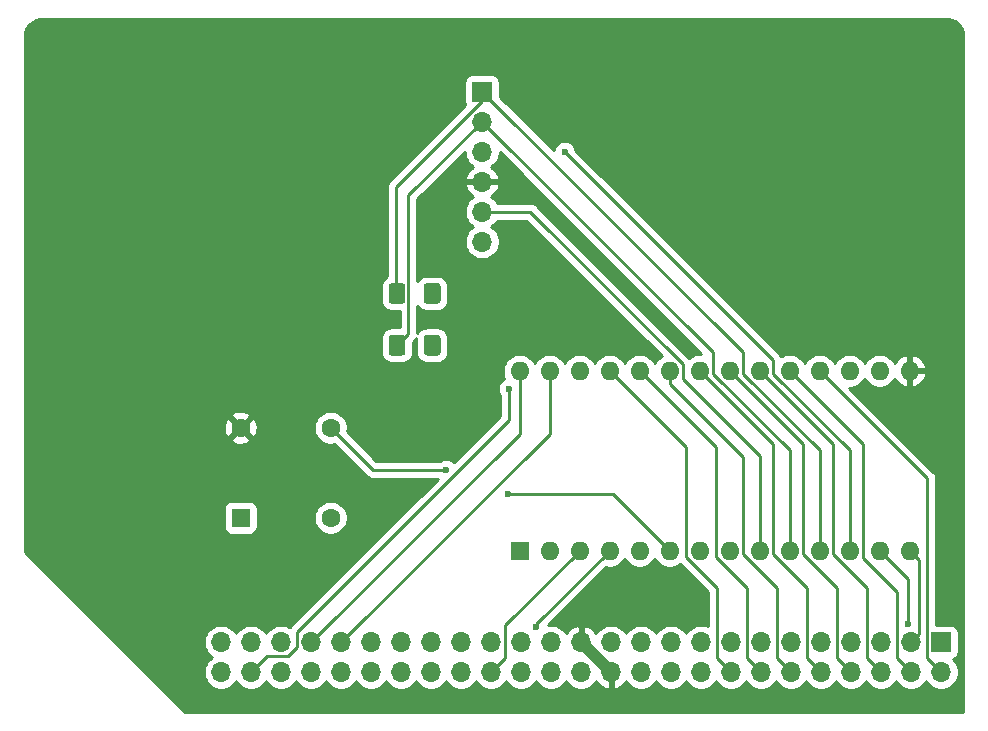
<source format=gbr>
%TF.GenerationSoftware,KiCad,Pcbnew,(5.1.6-0-10_14)*%
%TF.CreationDate,2021-01-13T00:48:19+01:00*%
%TF.ProjectId,serial_board,73657269-616c-45f6-926f-6172642e6b69,rev?*%
%TF.SameCoordinates,Original*%
%TF.FileFunction,Copper,L1,Top*%
%TF.FilePolarity,Positive*%
%FSLAX46Y46*%
G04 Gerber Fmt 4.6, Leading zero omitted, Abs format (unit mm)*
G04 Created by KiCad (PCBNEW (5.1.6-0-10_14)) date 2021-01-13 00:48:19*
%MOMM*%
%LPD*%
G01*
G04 APERTURE LIST*
%TA.AperFunction,ComponentPad*%
%ADD10C,1.600000*%
%TD*%
%TA.AperFunction,ComponentPad*%
%ADD11R,1.600000X1.600000*%
%TD*%
%TA.AperFunction,ComponentPad*%
%ADD12O,1.600000X1.600000*%
%TD*%
%TA.AperFunction,ComponentPad*%
%ADD13O,1.700000X1.700000*%
%TD*%
%TA.AperFunction,ComponentPad*%
%ADD14R,1.700000X1.700000*%
%TD*%
%TA.AperFunction,ViaPad*%
%ADD15C,0.600000*%
%TD*%
%TA.AperFunction,ViaPad*%
%ADD16C,0.800000*%
%TD*%
%TA.AperFunction,Conductor*%
%ADD17C,1.000000*%
%TD*%
%TA.AperFunction,Conductor*%
%ADD18C,0.250000*%
%TD*%
%TA.AperFunction,Conductor*%
%ADD19C,0.254000*%
%TD*%
G04 APERTURE END LIST*
%TO.P,D2,2*%
%TO.N,Net-(D2-Pad2)*%
%TA.AperFunction,SMDPad,CuDef*%
G36*
G01*
X32880000Y36756500D02*
X32880000Y35506500D01*
G75*
G02*
X32630000Y35256500I-250000J0D01*
G01*
X31705000Y35256500D01*
G75*
G02*
X31455000Y35506500I0J250000D01*
G01*
X31455000Y36756500D01*
G75*
G02*
X31705000Y37006500I250000J0D01*
G01*
X32630000Y37006500D01*
G75*
G02*
X32880000Y36756500I0J-250000D01*
G01*
G37*
%TD.AperFunction*%
%TO.P,D2,1*%
%TO.N,Net-(D2-Pad1)*%
%TA.AperFunction,SMDPad,CuDef*%
G36*
G01*
X35855000Y36756500D02*
X35855000Y35506500D01*
G75*
G02*
X35605000Y35256500I-250000J0D01*
G01*
X34680000Y35256500D01*
G75*
G02*
X34430000Y35506500I0J250000D01*
G01*
X34430000Y36756500D01*
G75*
G02*
X34680000Y37006500I250000J0D01*
G01*
X35605000Y37006500D01*
G75*
G02*
X35855000Y36756500I0J-250000D01*
G01*
G37*
%TD.AperFunction*%
%TD*%
%TO.P,D1,2*%
%TO.N,Net-(D1-Pad2)*%
%TA.AperFunction,SMDPad,CuDef*%
G36*
G01*
X32880000Y32375000D02*
X32880000Y31125000D01*
G75*
G02*
X32630000Y30875000I-250000J0D01*
G01*
X31705000Y30875000D01*
G75*
G02*
X31455000Y31125000I0J250000D01*
G01*
X31455000Y32375000D01*
G75*
G02*
X31705000Y32625000I250000J0D01*
G01*
X32630000Y32625000D01*
G75*
G02*
X32880000Y32375000I0J-250000D01*
G01*
G37*
%TD.AperFunction*%
%TO.P,D1,1*%
%TO.N,Net-(D1-Pad1)*%
%TA.AperFunction,SMDPad,CuDef*%
G36*
G01*
X35855000Y32375000D02*
X35855000Y31125000D01*
G75*
G02*
X35605000Y30875000I-250000J0D01*
G01*
X34680000Y30875000D01*
G75*
G02*
X34430000Y31125000I0J250000D01*
G01*
X34430000Y32375000D01*
G75*
G02*
X34680000Y32625000I250000J0D01*
G01*
X35605000Y32625000D01*
G75*
G02*
X35855000Y32375000I0J-250000D01*
G01*
G37*
%TD.AperFunction*%
%TD*%
D10*
%TO.P,X1,4*%
%TO.N,GND*%
X26543000Y17145000D03*
%TO.P,X1,5*%
%TO.N,Net-(U1-Pad6)*%
X26543000Y24765000D03*
%TO.P,X1,8*%
%TO.N,+5V*%
X18923000Y24765000D03*
D11*
%TO.P,X1,1*%
%TO.N,Net-(X1-Pad1)*%
X18923000Y17145000D03*
%TD*%
D12*
%TO.P,U1,28*%
%TO.N,R~W~*%
X42545000Y29591000D03*
%TO.P,U1,14*%
%TO.N,A1*%
X75565000Y14351000D03*
%TO.P,U1,27*%
%TO.N,CLK*%
X45085000Y29591000D03*
%TO.P,U1,13*%
%TO.N,A0*%
X73025000Y14351000D03*
%TO.P,U1,26*%
%TO.N,~SLOT_IRQ~*%
X47625000Y29591000D03*
%TO.P,U1,12*%
%TO.N,Net-(J2-Pad3)*%
X70485000Y14351000D03*
%TO.P,U1,25*%
%TO.N,D7*%
X50165000Y29591000D03*
%TO.P,U1,11*%
%TO.N,Net-(D2-Pad2)*%
X67945000Y14351000D03*
%TO.P,U1,24*%
%TO.N,D6*%
X52705000Y29591000D03*
%TO.P,U1,10*%
%TO.N,Net-(D1-Pad2)*%
X65405000Y14351000D03*
%TO.P,U1,23*%
%TO.N,D5*%
X55245000Y29591000D03*
%TO.P,U1,9*%
%TO.N,Net-(J2-Pad5)*%
X62865000Y14351000D03*
%TO.P,U1,22*%
%TO.N,D4*%
X57785000Y29591000D03*
%TO.P,U1,8*%
%TO.N,Net-(U1-Pad8)*%
X60325000Y14351000D03*
%TO.P,U1,21*%
%TO.N,D3*%
X60325000Y29591000D03*
%TO.P,U1,7*%
%TO.N,Net-(U1-Pad7)*%
X57785000Y14351000D03*
%TO.P,U1,20*%
%TO.N,D2*%
X62865000Y29591000D03*
%TO.P,U1,6*%
%TO.N,Net-(U1-Pad6)*%
X55245000Y14351000D03*
%TO.P,U1,19*%
%TO.N,D1*%
X65405000Y29591000D03*
%TO.P,U1,5*%
%TO.N,Net-(U1-Pad5)*%
X52705000Y14351000D03*
%TO.P,U1,18*%
%TO.N,D0*%
X67945000Y29591000D03*
%TO.P,U1,4*%
%TO.N,~RESET~*%
X50165000Y14351000D03*
%TO.P,U1,17*%
%TO.N,GND*%
X70485000Y29591000D03*
%TO.P,U1,3*%
%TO.N,~SLOT_SEL~*%
X47625000Y14351000D03*
%TO.P,U1,16*%
%TO.N,GND*%
X73025000Y29591000D03*
%TO.P,U1,2*%
%TO.N,Net-(U1-Pad2)*%
X45085000Y14351000D03*
%TO.P,U1,15*%
%TO.N,+5V*%
X75565000Y29591000D03*
D11*
%TO.P,U1,1*%
%TO.N,GND*%
X42545000Y14351000D03*
%TD*%
D13*
%TO.P,J2,6*%
%TO.N,GND*%
X39370000Y40513000D03*
%TO.P,J2,5*%
%TO.N,Net-(J2-Pad5)*%
X39370000Y43053000D03*
%TO.P,J2,4*%
%TO.N,+5V*%
X39370000Y45593000D03*
%TO.P,J2,3*%
%TO.N,Net-(J2-Pad3)*%
X39370000Y48133000D03*
%TO.P,J2,2*%
%TO.N,Net-(D1-Pad2)*%
X39370000Y50673000D03*
D14*
%TO.P,J2,1*%
%TO.N,Net-(D2-Pad2)*%
X39370000Y53213000D03*
%TD*%
D13*
%TO.P,J1,50*%
%TO.N,~NMI~*%
X17272000Y4064000D03*
%TO.P,J1,49*%
%TO.N,~RESET~*%
X17272000Y6604000D03*
%TO.P,J1,48*%
%TO.N,~SLOT_IRQ~*%
X19812000Y4064000D03*
%TO.P,J1,47*%
%TO.N,SYNC*%
X19812000Y6604000D03*
%TO.P,J1,46*%
%TO.N,EX3*%
X22352000Y4064000D03*
%TO.P,J1,45*%
%TO.N,~IRQ~*%
X22352000Y6604000D03*
%TO.P,J1,44*%
%TO.N,EX2*%
X24892000Y4064000D03*
%TO.P,J1,43*%
%TO.N,R~W~*%
X24892000Y6604000D03*
%TO.P,J1,42*%
%TO.N,CLK_12M*%
X27432000Y4064000D03*
%TO.P,J1,41*%
%TO.N,CLK*%
X27432000Y6604000D03*
%TO.P,J1,40*%
%TO.N,LED4*%
X29972000Y4064000D03*
%TO.P,J1,39*%
%TO.N,BE*%
X29972000Y6604000D03*
%TO.P,J1,38*%
%TO.N,LED3*%
X32512000Y4064000D03*
%TO.P,J1,37*%
%TO.N,RDY*%
X32512000Y6604000D03*
%TO.P,J1,36*%
%TO.N,LED2*%
X35052000Y4064000D03*
%TO.P,J1,35*%
%TO.N,A15*%
X35052000Y6604000D03*
%TO.P,J1,34*%
%TO.N,LED1*%
X37592000Y4064000D03*
%TO.P,J1,33*%
%TO.N,A14*%
X37592000Y6604000D03*
%TO.P,J1,32*%
%TO.N,~SLOT_SEL~*%
X40132000Y4064000D03*
%TO.P,J1,31*%
%TO.N,A13*%
X40132000Y6604000D03*
%TO.P,J1,30*%
%TO.N,~INH~*%
X42672000Y4064000D03*
%TO.P,J1,29*%
%TO.N,A12*%
X42672000Y6604000D03*
%TO.P,J1,28*%
%TO.N,~SSEL~*%
X45212000Y4064000D03*
%TO.P,J1,27*%
%TO.N,A11*%
X45212000Y6604000D03*
%TO.P,J1,26*%
%TO.N,GND*%
X47752000Y4064000D03*
%TO.P,J1,25*%
%TO.N,+5V*%
X47752000Y6604000D03*
%TO.P,J1,24*%
X50292000Y4064000D03*
%TO.P,J1,23*%
%TO.N,GND*%
X50292000Y6604000D03*
%TO.P,J1,22*%
%TO.N,~SLOW~*%
X52832000Y4064000D03*
%TO.P,J1,21*%
%TO.N,A10*%
X52832000Y6604000D03*
%TO.P,J1,20*%
%TO.N,EX1*%
X55372000Y4064000D03*
%TO.P,J1,19*%
%TO.N,A9*%
X55372000Y6604000D03*
%TO.P,J1,18*%
%TO.N,EX0*%
X57912000Y4064000D03*
%TO.P,J1,17*%
%TO.N,A8*%
X57912000Y6604000D03*
%TO.P,J1,16*%
%TO.N,D7*%
X60452000Y4064000D03*
%TO.P,J1,15*%
%TO.N,A7*%
X60452000Y6604000D03*
%TO.P,J1,14*%
%TO.N,D6*%
X62992000Y4064000D03*
%TO.P,J1,13*%
%TO.N,A6*%
X62992000Y6604000D03*
%TO.P,J1,12*%
%TO.N,D5*%
X65532000Y4064000D03*
%TO.P,J1,11*%
%TO.N,A5*%
X65532000Y6604000D03*
%TO.P,J1,10*%
%TO.N,D4*%
X68072000Y4064000D03*
%TO.P,J1,9*%
%TO.N,A4*%
X68072000Y6604000D03*
%TO.P,J1,8*%
%TO.N,D3*%
X70612000Y4064000D03*
%TO.P,J1,7*%
%TO.N,A3*%
X70612000Y6604000D03*
%TO.P,J1,6*%
%TO.N,D2*%
X73152000Y4064000D03*
%TO.P,J1,5*%
%TO.N,A2*%
X73152000Y6604000D03*
%TO.P,J1,4*%
%TO.N,D1*%
X75692000Y4064000D03*
%TO.P,J1,3*%
%TO.N,A1*%
X75692000Y6604000D03*
%TO.P,J1,2*%
%TO.N,D0*%
X78232000Y4064000D03*
D14*
%TO.P,J1,1*%
%TO.N,A0*%
X78232000Y6604000D03*
%TD*%
D15*
%TO.N,A0*%
X75438000Y8128000D03*
%TO.N,~RESET~*%
X43942000Y7874000D03*
%TO.N,~SLOT_IRQ~*%
X41656000Y28067000D03*
%TO.N,Net-(J2-Pad3)*%
X46355000Y48133000D03*
%TO.N,Net-(U1-Pad6)*%
X41529000Y19177000D03*
X36322000Y21209000D03*
D16*
%TO.N,Net-(D1-Pad1)*%
X35179000Y31750000D03*
%TO.N,Net-(D2-Pad1)*%
X35179000Y36131500D03*
%TD*%
D17*
%TO.N,+5V*%
X50292000Y4064000D02*
X47752000Y6604000D01*
D18*
%TO.N,D7*%
X56659999Y13810999D02*
X56659999Y23096001D01*
X56659999Y23096001D02*
X50165000Y29591000D01*
X59276999Y11193999D02*
X56659999Y13810999D01*
X59276999Y5239001D02*
X59276999Y11193999D01*
X60452000Y4064000D02*
X59276999Y5239001D01*
%TO.N,D6*%
X61816999Y11193999D02*
X59199999Y13810999D01*
X61816999Y5239001D02*
X61816999Y11193999D01*
X59199999Y23096001D02*
X52705000Y29591000D01*
X59199999Y13810999D02*
X59199999Y23096001D01*
X62992000Y4064000D02*
X61816999Y5239001D01*
%TO.N,D5*%
X61450001Y22254629D02*
X55245000Y28459630D01*
X65532000Y4064000D02*
X64356999Y5239001D01*
X61450001Y14100997D02*
X61450001Y22254629D01*
X64356999Y11193999D02*
X61450001Y14100997D01*
X64356999Y5239001D02*
X64356999Y11193999D01*
X55245000Y28459630D02*
X55245000Y29591000D01*
%TO.N,D4*%
X63990001Y23385999D02*
X57785000Y29591000D01*
X63990001Y14100997D02*
X63990001Y23385999D01*
X66896999Y11193999D02*
X63990001Y14100997D01*
X66896999Y5239001D02*
X66896999Y11193999D01*
X68072000Y4064000D02*
X66896999Y5239001D01*
%TO.N,D3*%
X66530001Y23385999D02*
X60325000Y29591000D01*
X66530001Y14100997D02*
X66530001Y23385999D01*
X69436999Y11193999D02*
X66530001Y14100997D01*
X69436999Y5239001D02*
X69436999Y11193999D01*
X70612000Y4064000D02*
X69436999Y5239001D01*
%TO.N,D2*%
X69070001Y14100997D02*
X69070001Y23385999D01*
X71976999Y11193999D02*
X69070001Y14100997D01*
X71976999Y5239001D02*
X71976999Y11193999D01*
X69070001Y23385999D02*
X62865000Y29591000D01*
X73152000Y4064000D02*
X71976999Y5239001D01*
%TO.N,D1*%
X74516999Y5239001D02*
X74516999Y10825591D01*
X75692000Y4064000D02*
X74516999Y5239001D01*
X71610001Y23385999D02*
X65405000Y29591000D01*
X74516999Y10825591D02*
X71610001Y13732589D01*
X71610001Y13732589D02*
X71610001Y23385999D01*
%TO.N,A1*%
X76364999Y7276999D02*
X75692000Y6604000D01*
X76364999Y13551001D02*
X76364999Y7276999D01*
X75565000Y14351000D02*
X76364999Y13551001D01*
%TO.N,D0*%
X77056999Y20479001D02*
X67945000Y29591000D01*
X77056999Y5239001D02*
X77056999Y20479001D01*
X78232000Y4064000D02*
X77056999Y5239001D01*
%TO.N,A0*%
X75438000Y10541000D02*
X75438000Y10541000D01*
X75438000Y11938000D02*
X75438000Y8128000D01*
X73025000Y14351000D02*
X75438000Y11938000D01*
%TO.N,CLK*%
X45085000Y24257000D02*
X27432000Y6604000D01*
X45085000Y29591000D02*
X45085000Y24257000D01*
%TO.N,~RESET~*%
X50165000Y14351000D02*
X43942000Y8128000D01*
X43942000Y8128000D02*
X43942000Y7874000D01*
%TO.N,~SLOT_IRQ~*%
X23716999Y6229997D02*
X23716999Y7460999D01*
X21176999Y5428999D02*
X22916001Y5428999D01*
X22916001Y5428999D02*
X23716999Y6229997D01*
X19812000Y4064000D02*
X21176999Y5428999D01*
X23716999Y7460999D02*
X41656000Y25400000D01*
X41656000Y25400000D02*
X41656000Y28067000D01*
X41656000Y28067000D02*
X41656000Y28067000D01*
%TO.N,R~W~*%
X42545000Y24257000D02*
X24892000Y6604000D01*
X42545000Y29591000D02*
X42545000Y24257000D01*
%TO.N,~SLOT_SEL~*%
X41307001Y8033001D02*
X47625000Y14351000D01*
X41307001Y5239001D02*
X41307001Y8033001D01*
X40132000Y4064000D02*
X41307001Y5239001D01*
%TO.N,Net-(J2-Pad5)*%
X56370001Y30131001D02*
X43448002Y43053000D01*
X62865000Y22352000D02*
X56370001Y28846999D01*
X43448002Y43053000D02*
X39370000Y43053000D01*
X62865000Y14351000D02*
X62865000Y22352000D01*
X56370001Y28846999D02*
X56370001Y30131001D01*
%TO.N,Net-(J2-Pad3)*%
X63990001Y29340997D02*
X63990001Y30497999D01*
X70485000Y22845998D02*
X63990001Y29340997D01*
X70485000Y14351000D02*
X70485000Y22845998D01*
X63990001Y30497999D02*
X46355000Y48133000D01*
X46355000Y48133000D02*
X46355000Y48133000D01*
%TO.N,Net-(U1-Pad6)*%
X55245000Y14351000D02*
X50419000Y19177000D01*
X50419000Y19177000D02*
X41529000Y19177000D01*
X41529000Y19177000D02*
X41402000Y19177000D01*
X30099000Y21209000D02*
X26543000Y24765000D01*
X36322000Y21209000D02*
X30099000Y21209000D01*
%TO.N,Net-(D1-Pad2)*%
X58910001Y31132999D02*
X39370000Y50673000D01*
X58910001Y29340997D02*
X58910001Y31132999D01*
X65405000Y22845998D02*
X58910001Y29340997D01*
X65405000Y14351000D02*
X65405000Y22845998D01*
X33141510Y32724010D02*
X32167500Y31750000D01*
X33141510Y44444510D02*
X33141510Y32724010D01*
X39370000Y50673000D02*
X33141510Y44444510D01*
%TO.N,Net-(D2-Pad2)*%
X61450001Y31132999D02*
X39370000Y53213000D01*
X61450001Y29340997D02*
X61450001Y31132999D01*
X67945000Y22845998D02*
X61450001Y29340997D01*
X67945000Y14351000D02*
X67945000Y22845998D01*
X39370000Y52412002D02*
X32104000Y45146002D01*
X32104000Y36195000D02*
X32167500Y36131500D01*
X32104000Y45146002D02*
X32104000Y36195000D01*
X39370000Y53213000D02*
X39370000Y52412002D01*
%TD*%
D19*
%TO.N,+5V*%
G36*
X2125353Y59386000D02*
G01*
X78646647Y59386000D01*
X78740956Y59395289D01*
X78903542Y59379347D01*
X79183018Y59294969D01*
X79440780Y59157915D01*
X79667015Y58973401D01*
X79853103Y58748460D01*
X79991956Y58491658D01*
X80078282Y58212781D01*
X80096365Y58040731D01*
X80087000Y57945646D01*
X80087001Y685000D01*
X14218381Y685000D01*
X8153121Y6750260D01*
X15787000Y6750260D01*
X15787000Y6457740D01*
X15844068Y6170842D01*
X15956010Y5900589D01*
X16118525Y5657368D01*
X16325368Y5450525D01*
X16499760Y5334000D01*
X16325368Y5217475D01*
X16118525Y5010632D01*
X15956010Y4767411D01*
X15844068Y4497158D01*
X15787000Y4210260D01*
X15787000Y3917740D01*
X15844068Y3630842D01*
X15956010Y3360589D01*
X16118525Y3117368D01*
X16325368Y2910525D01*
X16568589Y2748010D01*
X16838842Y2636068D01*
X17125740Y2579000D01*
X17418260Y2579000D01*
X17705158Y2636068D01*
X17975411Y2748010D01*
X18218632Y2910525D01*
X18425475Y3117368D01*
X18542000Y3291760D01*
X18658525Y3117368D01*
X18865368Y2910525D01*
X19108589Y2748010D01*
X19378842Y2636068D01*
X19665740Y2579000D01*
X19958260Y2579000D01*
X20245158Y2636068D01*
X20515411Y2748010D01*
X20758632Y2910525D01*
X20965475Y3117368D01*
X21082000Y3291760D01*
X21198525Y3117368D01*
X21405368Y2910525D01*
X21648589Y2748010D01*
X21918842Y2636068D01*
X22205740Y2579000D01*
X22498260Y2579000D01*
X22785158Y2636068D01*
X23055411Y2748010D01*
X23298632Y2910525D01*
X23505475Y3117368D01*
X23622000Y3291760D01*
X23738525Y3117368D01*
X23945368Y2910525D01*
X24188589Y2748010D01*
X24458842Y2636068D01*
X24745740Y2579000D01*
X25038260Y2579000D01*
X25325158Y2636068D01*
X25595411Y2748010D01*
X25838632Y2910525D01*
X26045475Y3117368D01*
X26162000Y3291760D01*
X26278525Y3117368D01*
X26485368Y2910525D01*
X26728589Y2748010D01*
X26998842Y2636068D01*
X27285740Y2579000D01*
X27578260Y2579000D01*
X27865158Y2636068D01*
X28135411Y2748010D01*
X28378632Y2910525D01*
X28585475Y3117368D01*
X28702000Y3291760D01*
X28818525Y3117368D01*
X29025368Y2910525D01*
X29268589Y2748010D01*
X29538842Y2636068D01*
X29825740Y2579000D01*
X30118260Y2579000D01*
X30405158Y2636068D01*
X30675411Y2748010D01*
X30918632Y2910525D01*
X31125475Y3117368D01*
X31242000Y3291760D01*
X31358525Y3117368D01*
X31565368Y2910525D01*
X31808589Y2748010D01*
X32078842Y2636068D01*
X32365740Y2579000D01*
X32658260Y2579000D01*
X32945158Y2636068D01*
X33215411Y2748010D01*
X33458632Y2910525D01*
X33665475Y3117368D01*
X33782000Y3291760D01*
X33898525Y3117368D01*
X34105368Y2910525D01*
X34348589Y2748010D01*
X34618842Y2636068D01*
X34905740Y2579000D01*
X35198260Y2579000D01*
X35485158Y2636068D01*
X35755411Y2748010D01*
X35998632Y2910525D01*
X36205475Y3117368D01*
X36322000Y3291760D01*
X36438525Y3117368D01*
X36645368Y2910525D01*
X36888589Y2748010D01*
X37158842Y2636068D01*
X37445740Y2579000D01*
X37738260Y2579000D01*
X38025158Y2636068D01*
X38295411Y2748010D01*
X38538632Y2910525D01*
X38745475Y3117368D01*
X38862000Y3291760D01*
X38978525Y3117368D01*
X39185368Y2910525D01*
X39428589Y2748010D01*
X39698842Y2636068D01*
X39985740Y2579000D01*
X40278260Y2579000D01*
X40565158Y2636068D01*
X40835411Y2748010D01*
X41078632Y2910525D01*
X41285475Y3117368D01*
X41402000Y3291760D01*
X41518525Y3117368D01*
X41725368Y2910525D01*
X41968589Y2748010D01*
X42238842Y2636068D01*
X42525740Y2579000D01*
X42818260Y2579000D01*
X43105158Y2636068D01*
X43375411Y2748010D01*
X43618632Y2910525D01*
X43825475Y3117368D01*
X43942000Y3291760D01*
X44058525Y3117368D01*
X44265368Y2910525D01*
X44508589Y2748010D01*
X44778842Y2636068D01*
X45065740Y2579000D01*
X45358260Y2579000D01*
X45645158Y2636068D01*
X45915411Y2748010D01*
X46158632Y2910525D01*
X46365475Y3117368D01*
X46482000Y3291760D01*
X46598525Y3117368D01*
X46805368Y2910525D01*
X47048589Y2748010D01*
X47318842Y2636068D01*
X47605740Y2579000D01*
X47898260Y2579000D01*
X48185158Y2636068D01*
X48455411Y2748010D01*
X48698632Y2910525D01*
X48905475Y3117368D01*
X49027195Y3299534D01*
X49096822Y3182645D01*
X49291731Y2966412D01*
X49525080Y2792359D01*
X49787901Y2667175D01*
X49935110Y2622524D01*
X50165000Y2743845D01*
X50165000Y3937000D01*
X50145000Y3937000D01*
X50145000Y4191000D01*
X50165000Y4191000D01*
X50165000Y4211000D01*
X50419000Y4211000D01*
X50419000Y4191000D01*
X50439000Y4191000D01*
X50439000Y3937000D01*
X50419000Y3937000D01*
X50419000Y2743845D01*
X50648890Y2622524D01*
X50796099Y2667175D01*
X51058920Y2792359D01*
X51292269Y2966412D01*
X51487178Y3182645D01*
X51556805Y3299534D01*
X51678525Y3117368D01*
X51885368Y2910525D01*
X52128589Y2748010D01*
X52398842Y2636068D01*
X52685740Y2579000D01*
X52978260Y2579000D01*
X53265158Y2636068D01*
X53535411Y2748010D01*
X53778632Y2910525D01*
X53985475Y3117368D01*
X54102000Y3291760D01*
X54218525Y3117368D01*
X54425368Y2910525D01*
X54668589Y2748010D01*
X54938842Y2636068D01*
X55225740Y2579000D01*
X55518260Y2579000D01*
X55805158Y2636068D01*
X56075411Y2748010D01*
X56318632Y2910525D01*
X56525475Y3117368D01*
X56642000Y3291760D01*
X56758525Y3117368D01*
X56965368Y2910525D01*
X57208589Y2748010D01*
X57478842Y2636068D01*
X57765740Y2579000D01*
X58058260Y2579000D01*
X58345158Y2636068D01*
X58615411Y2748010D01*
X58858632Y2910525D01*
X59065475Y3117368D01*
X59182000Y3291760D01*
X59298525Y3117368D01*
X59505368Y2910525D01*
X59748589Y2748010D01*
X60018842Y2636068D01*
X60305740Y2579000D01*
X60598260Y2579000D01*
X60885158Y2636068D01*
X61155411Y2748010D01*
X61398632Y2910525D01*
X61605475Y3117368D01*
X61722000Y3291760D01*
X61838525Y3117368D01*
X62045368Y2910525D01*
X62288589Y2748010D01*
X62558842Y2636068D01*
X62845740Y2579000D01*
X63138260Y2579000D01*
X63425158Y2636068D01*
X63695411Y2748010D01*
X63938632Y2910525D01*
X64145475Y3117368D01*
X64262000Y3291760D01*
X64378525Y3117368D01*
X64585368Y2910525D01*
X64828589Y2748010D01*
X65098842Y2636068D01*
X65385740Y2579000D01*
X65678260Y2579000D01*
X65965158Y2636068D01*
X66235411Y2748010D01*
X66478632Y2910525D01*
X66685475Y3117368D01*
X66802000Y3291760D01*
X66918525Y3117368D01*
X67125368Y2910525D01*
X67368589Y2748010D01*
X67638842Y2636068D01*
X67925740Y2579000D01*
X68218260Y2579000D01*
X68505158Y2636068D01*
X68775411Y2748010D01*
X69018632Y2910525D01*
X69225475Y3117368D01*
X69342000Y3291760D01*
X69458525Y3117368D01*
X69665368Y2910525D01*
X69908589Y2748010D01*
X70178842Y2636068D01*
X70465740Y2579000D01*
X70758260Y2579000D01*
X71045158Y2636068D01*
X71315411Y2748010D01*
X71558632Y2910525D01*
X71765475Y3117368D01*
X71882000Y3291760D01*
X71998525Y3117368D01*
X72205368Y2910525D01*
X72448589Y2748010D01*
X72718842Y2636068D01*
X73005740Y2579000D01*
X73298260Y2579000D01*
X73585158Y2636068D01*
X73855411Y2748010D01*
X74098632Y2910525D01*
X74305475Y3117368D01*
X74422000Y3291760D01*
X74538525Y3117368D01*
X74745368Y2910525D01*
X74988589Y2748010D01*
X75258842Y2636068D01*
X75545740Y2579000D01*
X75838260Y2579000D01*
X76125158Y2636068D01*
X76395411Y2748010D01*
X76638632Y2910525D01*
X76845475Y3117368D01*
X76962000Y3291760D01*
X77078525Y3117368D01*
X77285368Y2910525D01*
X77528589Y2748010D01*
X77798842Y2636068D01*
X78085740Y2579000D01*
X78378260Y2579000D01*
X78665158Y2636068D01*
X78935411Y2748010D01*
X79178632Y2910525D01*
X79385475Y3117368D01*
X79547990Y3360589D01*
X79659932Y3630842D01*
X79717000Y3917740D01*
X79717000Y4210260D01*
X79659932Y4497158D01*
X79547990Y4767411D01*
X79385475Y5010632D01*
X79253620Y5142487D01*
X79326180Y5164498D01*
X79436494Y5223463D01*
X79533185Y5302815D01*
X79612537Y5399506D01*
X79671502Y5509820D01*
X79707812Y5629518D01*
X79720072Y5754000D01*
X79720072Y7454000D01*
X79707812Y7578482D01*
X79671502Y7698180D01*
X79612537Y7808494D01*
X79533185Y7905185D01*
X79436494Y7984537D01*
X79326180Y8043502D01*
X79206482Y8079812D01*
X79082000Y8092072D01*
X77816999Y8092072D01*
X77816999Y20441668D01*
X77820676Y20479001D01*
X77806002Y20627987D01*
X77762545Y20771248D01*
X77691973Y20903277D01*
X77620798Y20990004D01*
X77597000Y21019002D01*
X77568002Y21042800D01*
X70454801Y28156000D01*
X70626335Y28156000D01*
X70903574Y28211147D01*
X71164727Y28319320D01*
X71399759Y28476363D01*
X71599637Y28676241D01*
X71755000Y28908759D01*
X71910363Y28676241D01*
X72110241Y28476363D01*
X72345273Y28319320D01*
X72606426Y28211147D01*
X72883665Y28156000D01*
X73166335Y28156000D01*
X73443574Y28211147D01*
X73704727Y28319320D01*
X73939759Y28476363D01*
X74139637Y28676241D01*
X74296680Y28911273D01*
X74301067Y28921865D01*
X74412615Y28735869D01*
X74601586Y28527481D01*
X74827580Y28359963D01*
X75081913Y28239754D01*
X75215961Y28199096D01*
X75438000Y28321085D01*
X75438000Y29464000D01*
X75692000Y29464000D01*
X75692000Y28321085D01*
X75914039Y28199096D01*
X76048087Y28239754D01*
X76302420Y28359963D01*
X76528414Y28527481D01*
X76717385Y28735869D01*
X76862070Y28977119D01*
X76956909Y29241960D01*
X76835624Y29464000D01*
X75692000Y29464000D01*
X75438000Y29464000D01*
X75418000Y29464000D01*
X75418000Y29718000D01*
X75438000Y29718000D01*
X75438000Y30860915D01*
X75692000Y30860915D01*
X75692000Y29718000D01*
X76835624Y29718000D01*
X76956909Y29940040D01*
X76862070Y30204881D01*
X76717385Y30446131D01*
X76528414Y30654519D01*
X76302420Y30822037D01*
X76048087Y30942246D01*
X75914039Y30982904D01*
X75692000Y30860915D01*
X75438000Y30860915D01*
X75215961Y30982904D01*
X75081913Y30942246D01*
X74827580Y30822037D01*
X74601586Y30654519D01*
X74412615Y30446131D01*
X74301067Y30260135D01*
X74296680Y30270727D01*
X74139637Y30505759D01*
X73939759Y30705637D01*
X73704727Y30862680D01*
X73443574Y30970853D01*
X73166335Y31026000D01*
X72883665Y31026000D01*
X72606426Y30970853D01*
X72345273Y30862680D01*
X72110241Y30705637D01*
X71910363Y30505759D01*
X71755000Y30273241D01*
X71599637Y30505759D01*
X71399759Y30705637D01*
X71164727Y30862680D01*
X70903574Y30970853D01*
X70626335Y31026000D01*
X70343665Y31026000D01*
X70066426Y30970853D01*
X69805273Y30862680D01*
X69570241Y30705637D01*
X69370363Y30505759D01*
X69215000Y30273241D01*
X69059637Y30505759D01*
X68859759Y30705637D01*
X68624727Y30862680D01*
X68363574Y30970853D01*
X68086335Y31026000D01*
X67803665Y31026000D01*
X67526426Y30970853D01*
X67265273Y30862680D01*
X67030241Y30705637D01*
X66830363Y30505759D01*
X66675000Y30273241D01*
X66519637Y30505759D01*
X66319759Y30705637D01*
X66084727Y30862680D01*
X65823574Y30970853D01*
X65546335Y31026000D01*
X65263665Y31026000D01*
X64986426Y30970853D01*
X64725273Y30862680D01*
X64674841Y30828983D01*
X64624975Y30922275D01*
X64553800Y31009002D01*
X64530002Y31038000D01*
X64501004Y31061798D01*
X47278153Y48284648D01*
X47254068Y48405729D01*
X47183586Y48575889D01*
X47081262Y48729028D01*
X46951028Y48859262D01*
X46797889Y48961586D01*
X46627729Y49032068D01*
X46447089Y49068000D01*
X46262911Y49068000D01*
X46082271Y49032068D01*
X45912111Y48961586D01*
X45758972Y48859262D01*
X45628738Y48729028D01*
X45526414Y48575889D01*
X45455932Y48405729D01*
X45422109Y48235692D01*
X40858072Y52799729D01*
X40858072Y54063000D01*
X40845812Y54187482D01*
X40809502Y54307180D01*
X40750537Y54417494D01*
X40671185Y54514185D01*
X40574494Y54593537D01*
X40464180Y54652502D01*
X40344482Y54688812D01*
X40220000Y54701072D01*
X38520000Y54701072D01*
X38395518Y54688812D01*
X38275820Y54652502D01*
X38165506Y54593537D01*
X38068815Y54514185D01*
X37989463Y54417494D01*
X37930498Y54307180D01*
X37894188Y54187482D01*
X37881928Y54063000D01*
X37881928Y52363000D01*
X37894188Y52238518D01*
X37930498Y52118820D01*
X37955410Y52072214D01*
X31593003Y45709806D01*
X31563999Y45686003D01*
X31508871Y45618828D01*
X31469026Y45570278D01*
X31413288Y45466000D01*
X31398454Y45438248D01*
X31354997Y45294987D01*
X31344000Y45183334D01*
X31344000Y45183324D01*
X31340324Y45146002D01*
X31344000Y45108680D01*
X31344001Y37565667D01*
X31211614Y37494905D01*
X31077038Y37384462D01*
X30966595Y37249886D01*
X30884528Y37096350D01*
X30833992Y36929754D01*
X30816928Y36756500D01*
X30816928Y35506500D01*
X30833992Y35333246D01*
X30884528Y35166650D01*
X30966595Y35013114D01*
X31077038Y34878538D01*
X31211614Y34768095D01*
X31365150Y34686028D01*
X31531746Y34635492D01*
X31705000Y34618428D01*
X32381511Y34618428D01*
X32381511Y33263072D01*
X31705000Y33263072D01*
X31531746Y33246008D01*
X31365150Y33195472D01*
X31211614Y33113405D01*
X31077038Y33002962D01*
X30966595Y32868386D01*
X30884528Y32714850D01*
X30833992Y32548254D01*
X30816928Y32375000D01*
X30816928Y31125000D01*
X30833992Y30951746D01*
X30884528Y30785150D01*
X30966595Y30631614D01*
X31077038Y30497038D01*
X31211614Y30386595D01*
X31365150Y30304528D01*
X31531746Y30253992D01*
X31705000Y30236928D01*
X32630000Y30236928D01*
X32803254Y30253992D01*
X32969850Y30304528D01*
X33123386Y30386595D01*
X33257962Y30497038D01*
X33368405Y30631614D01*
X33450472Y30785150D01*
X33501008Y30951746D01*
X33518072Y31125000D01*
X33518072Y32025770D01*
X33652513Y32160211D01*
X33681511Y32184009D01*
X33727672Y32240256D01*
X33776484Y32299733D01*
X33791928Y32328626D01*
X33791928Y31125000D01*
X33808992Y30951746D01*
X33859528Y30785150D01*
X33941595Y30631614D01*
X34052038Y30497038D01*
X34186614Y30386595D01*
X34340150Y30304528D01*
X34506746Y30253992D01*
X34680000Y30236928D01*
X35605000Y30236928D01*
X35778254Y30253992D01*
X35944850Y30304528D01*
X36098386Y30386595D01*
X36232962Y30497038D01*
X36343405Y30631614D01*
X36425472Y30785150D01*
X36476008Y30951746D01*
X36493072Y31125000D01*
X36493072Y32375000D01*
X36476008Y32548254D01*
X36425472Y32714850D01*
X36343405Y32868386D01*
X36232962Y33002962D01*
X36098386Y33113405D01*
X35944850Y33195472D01*
X35778254Y33246008D01*
X35605000Y33263072D01*
X34680000Y33263072D01*
X34506746Y33246008D01*
X34340150Y33195472D01*
X34186614Y33113405D01*
X34052038Y33002962D01*
X33941595Y32868386D01*
X33901510Y32793393D01*
X33901510Y35088107D01*
X33941595Y35013114D01*
X34052038Y34878538D01*
X34186614Y34768095D01*
X34340150Y34686028D01*
X34506746Y34635492D01*
X34680000Y34618428D01*
X35605000Y34618428D01*
X35778254Y34635492D01*
X35944850Y34686028D01*
X36098386Y34768095D01*
X36232962Y34878538D01*
X36343405Y35013114D01*
X36425472Y35166650D01*
X36476008Y35333246D01*
X36493072Y35506500D01*
X36493072Y36756500D01*
X36476008Y36929754D01*
X36425472Y37096350D01*
X36343405Y37249886D01*
X36232962Y37384462D01*
X36098386Y37494905D01*
X35944850Y37576972D01*
X35778254Y37627508D01*
X35605000Y37644572D01*
X34680000Y37644572D01*
X34506746Y37627508D01*
X34340150Y37576972D01*
X34186614Y37494905D01*
X34052038Y37384462D01*
X33941595Y37249886D01*
X33901510Y37174893D01*
X33901510Y44129709D01*
X37885000Y48113198D01*
X37885000Y47986740D01*
X37942068Y47699842D01*
X38054010Y47429589D01*
X38216525Y47186368D01*
X38423368Y46979525D01*
X38605534Y46857805D01*
X38488645Y46788178D01*
X38272412Y46593269D01*
X38098359Y46359920D01*
X37973175Y46097099D01*
X37928524Y45949890D01*
X38049845Y45720000D01*
X39243000Y45720000D01*
X39243000Y45740000D01*
X39497000Y45740000D01*
X39497000Y45720000D01*
X40690155Y45720000D01*
X40811476Y45949890D01*
X40766825Y46097099D01*
X40641641Y46359920D01*
X40467588Y46593269D01*
X40251355Y46788178D01*
X40134466Y46857805D01*
X40316632Y46979525D01*
X40523475Y47186368D01*
X40685990Y47429589D01*
X40797932Y47699842D01*
X40855000Y47986740D01*
X40855000Y48113199D01*
X57946136Y31022061D01*
X57926335Y31026000D01*
X57643665Y31026000D01*
X57366426Y30970853D01*
X57105273Y30862680D01*
X56870241Y30705637D01*
X56870204Y30705600D01*
X44011806Y43563997D01*
X43988003Y43593001D01*
X43872278Y43687974D01*
X43740249Y43758546D01*
X43596988Y43802003D01*
X43485335Y43813000D01*
X43485324Y43813000D01*
X43448002Y43816676D01*
X43410680Y43813000D01*
X40648178Y43813000D01*
X40523475Y43999632D01*
X40316632Y44206475D01*
X40134466Y44328195D01*
X40251355Y44397822D01*
X40467588Y44592731D01*
X40641641Y44826080D01*
X40766825Y45088901D01*
X40811476Y45236110D01*
X40690155Y45466000D01*
X39497000Y45466000D01*
X39497000Y45446000D01*
X39243000Y45446000D01*
X39243000Y45466000D01*
X38049845Y45466000D01*
X37928524Y45236110D01*
X37973175Y45088901D01*
X38098359Y44826080D01*
X38272412Y44592731D01*
X38488645Y44397822D01*
X38605534Y44328195D01*
X38423368Y44206475D01*
X38216525Y43999632D01*
X38054010Y43756411D01*
X37942068Y43486158D01*
X37885000Y43199260D01*
X37885000Y42906740D01*
X37942068Y42619842D01*
X38054010Y42349589D01*
X38216525Y42106368D01*
X38423368Y41899525D01*
X38597760Y41783000D01*
X38423368Y41666475D01*
X38216525Y41459632D01*
X38054010Y41216411D01*
X37942068Y40946158D01*
X37885000Y40659260D01*
X37885000Y40366740D01*
X37942068Y40079842D01*
X38054010Y39809589D01*
X38216525Y39566368D01*
X38423368Y39359525D01*
X38666589Y39197010D01*
X38936842Y39085068D01*
X39223740Y39028000D01*
X39516260Y39028000D01*
X39803158Y39085068D01*
X40073411Y39197010D01*
X40316632Y39359525D01*
X40523475Y39566368D01*
X40685990Y39809589D01*
X40797932Y40079842D01*
X40855000Y40366740D01*
X40855000Y40659260D01*
X40797932Y40946158D01*
X40685990Y41216411D01*
X40523475Y41459632D01*
X40316632Y41666475D01*
X40142240Y41783000D01*
X40316632Y41899525D01*
X40523475Y42106368D01*
X40648178Y42293000D01*
X43133201Y42293000D01*
X54564222Y30861978D01*
X54330241Y30705637D01*
X54130363Y30505759D01*
X53975000Y30273241D01*
X53819637Y30505759D01*
X53619759Y30705637D01*
X53384727Y30862680D01*
X53123574Y30970853D01*
X52846335Y31026000D01*
X52563665Y31026000D01*
X52286426Y30970853D01*
X52025273Y30862680D01*
X51790241Y30705637D01*
X51590363Y30505759D01*
X51435000Y30273241D01*
X51279637Y30505759D01*
X51079759Y30705637D01*
X50844727Y30862680D01*
X50583574Y30970853D01*
X50306335Y31026000D01*
X50023665Y31026000D01*
X49746426Y30970853D01*
X49485273Y30862680D01*
X49250241Y30705637D01*
X49050363Y30505759D01*
X48895000Y30273241D01*
X48739637Y30505759D01*
X48539759Y30705637D01*
X48304727Y30862680D01*
X48043574Y30970853D01*
X47766335Y31026000D01*
X47483665Y31026000D01*
X47206426Y30970853D01*
X46945273Y30862680D01*
X46710241Y30705637D01*
X46510363Y30505759D01*
X46355000Y30273241D01*
X46199637Y30505759D01*
X45999759Y30705637D01*
X45764727Y30862680D01*
X45503574Y30970853D01*
X45226335Y31026000D01*
X44943665Y31026000D01*
X44666426Y30970853D01*
X44405273Y30862680D01*
X44170241Y30705637D01*
X43970363Y30505759D01*
X43815000Y30273241D01*
X43659637Y30505759D01*
X43459759Y30705637D01*
X43224727Y30862680D01*
X42963574Y30970853D01*
X42686335Y31026000D01*
X42403665Y31026000D01*
X42126426Y30970853D01*
X41865273Y30862680D01*
X41630241Y30705637D01*
X41430363Y30505759D01*
X41273320Y30270727D01*
X41165147Y30009574D01*
X41110000Y29732335D01*
X41110000Y29449665D01*
X41165147Y29172426D01*
X41270049Y28919170D01*
X41213111Y28895586D01*
X41059972Y28793262D01*
X40929738Y28663028D01*
X40827414Y28509889D01*
X40756932Y28339729D01*
X40721000Y28159089D01*
X40721000Y27974911D01*
X40756932Y27794271D01*
X40827414Y27624111D01*
X40896001Y27521463D01*
X40896000Y25714802D01*
X37017244Y21836046D01*
X36918028Y21935262D01*
X36764889Y22037586D01*
X36594729Y22108068D01*
X36414089Y22144000D01*
X36229911Y22144000D01*
X36049271Y22108068D01*
X35879111Y22037586D01*
X35776465Y21969000D01*
X30413803Y21969000D01*
X27941688Y24441114D01*
X27978000Y24623665D01*
X27978000Y24906335D01*
X27922853Y25183574D01*
X27814680Y25444727D01*
X27657637Y25679759D01*
X27457759Y25879637D01*
X27222727Y26036680D01*
X26961574Y26144853D01*
X26684335Y26200000D01*
X26401665Y26200000D01*
X26124426Y26144853D01*
X25863273Y26036680D01*
X25628241Y25879637D01*
X25428363Y25679759D01*
X25271320Y25444727D01*
X25163147Y25183574D01*
X25108000Y24906335D01*
X25108000Y24623665D01*
X25163147Y24346426D01*
X25271320Y24085273D01*
X25428363Y23850241D01*
X25628241Y23650363D01*
X25863273Y23493320D01*
X26124426Y23385147D01*
X26401665Y23330000D01*
X26684335Y23330000D01*
X26866886Y23366312D01*
X29535205Y20697992D01*
X29558999Y20668999D01*
X29587992Y20645205D01*
X29587996Y20645201D01*
X29608972Y20627987D01*
X29674724Y20574026D01*
X29806753Y20503454D01*
X29950014Y20459997D01*
X30061667Y20449000D01*
X30061676Y20449000D01*
X30098999Y20445324D01*
X30136322Y20449000D01*
X35630198Y20449000D01*
X23205997Y8024798D01*
X23176999Y8001000D01*
X23153201Y7972002D01*
X23153200Y7972001D01*
X23091000Y7896210D01*
X23055411Y7919990D01*
X22785158Y8031932D01*
X22498260Y8089000D01*
X22205740Y8089000D01*
X21918842Y8031932D01*
X21648589Y7919990D01*
X21405368Y7757475D01*
X21198525Y7550632D01*
X21082000Y7376240D01*
X20965475Y7550632D01*
X20758632Y7757475D01*
X20515411Y7919990D01*
X20245158Y8031932D01*
X19958260Y8089000D01*
X19665740Y8089000D01*
X19378842Y8031932D01*
X19108589Y7919990D01*
X18865368Y7757475D01*
X18658525Y7550632D01*
X18542000Y7376240D01*
X18425475Y7550632D01*
X18218632Y7757475D01*
X17975411Y7919990D01*
X17705158Y8031932D01*
X17418260Y8089000D01*
X17125740Y8089000D01*
X16838842Y8031932D01*
X16568589Y7919990D01*
X16325368Y7757475D01*
X16118525Y7550632D01*
X15956010Y7307411D01*
X15844068Y7037158D01*
X15787000Y6750260D01*
X8153121Y6750260D01*
X685000Y14218380D01*
X685000Y17945000D01*
X17484928Y17945000D01*
X17484928Y16345000D01*
X17497188Y16220518D01*
X17533498Y16100820D01*
X17592463Y15990506D01*
X17671815Y15893815D01*
X17768506Y15814463D01*
X17878820Y15755498D01*
X17998518Y15719188D01*
X18123000Y15706928D01*
X19723000Y15706928D01*
X19847482Y15719188D01*
X19967180Y15755498D01*
X20077494Y15814463D01*
X20174185Y15893815D01*
X20253537Y15990506D01*
X20312502Y16100820D01*
X20348812Y16220518D01*
X20361072Y16345000D01*
X20361072Y17286335D01*
X25108000Y17286335D01*
X25108000Y17003665D01*
X25163147Y16726426D01*
X25271320Y16465273D01*
X25428363Y16230241D01*
X25628241Y16030363D01*
X25863273Y15873320D01*
X26124426Y15765147D01*
X26401665Y15710000D01*
X26684335Y15710000D01*
X26961574Y15765147D01*
X27222727Y15873320D01*
X27457759Y16030363D01*
X27657637Y16230241D01*
X27814680Y16465273D01*
X27922853Y16726426D01*
X27978000Y17003665D01*
X27978000Y17286335D01*
X27922853Y17563574D01*
X27814680Y17824727D01*
X27657637Y18059759D01*
X27457759Y18259637D01*
X27222727Y18416680D01*
X26961574Y18524853D01*
X26684335Y18580000D01*
X26401665Y18580000D01*
X26124426Y18524853D01*
X25863273Y18416680D01*
X25628241Y18259637D01*
X25428363Y18059759D01*
X25271320Y17824727D01*
X25163147Y17563574D01*
X25108000Y17286335D01*
X20361072Y17286335D01*
X20361072Y17945000D01*
X20348812Y18069482D01*
X20312502Y18189180D01*
X20253537Y18299494D01*
X20174185Y18396185D01*
X20077494Y18475537D01*
X19967180Y18534502D01*
X19847482Y18570812D01*
X19723000Y18583072D01*
X18123000Y18583072D01*
X17998518Y18570812D01*
X17878820Y18534502D01*
X17768506Y18475537D01*
X17671815Y18396185D01*
X17592463Y18299494D01*
X17533498Y18189180D01*
X17497188Y18069482D01*
X17484928Y17945000D01*
X685000Y17945000D01*
X685000Y23772298D01*
X18109903Y23772298D01*
X18181486Y23528329D01*
X18436996Y23407429D01*
X18711184Y23338700D01*
X18993512Y23324783D01*
X19273130Y23366213D01*
X19539292Y23461397D01*
X19664514Y23528329D01*
X19736097Y23772298D01*
X18923000Y24585395D01*
X18109903Y23772298D01*
X685000Y23772298D01*
X685000Y24694488D01*
X17482783Y24694488D01*
X17524213Y24414870D01*
X17619397Y24148708D01*
X17686329Y24023486D01*
X17930298Y23951903D01*
X18743395Y24765000D01*
X19102605Y24765000D01*
X19915702Y23951903D01*
X20159671Y24023486D01*
X20280571Y24278996D01*
X20349300Y24553184D01*
X20363217Y24835512D01*
X20321787Y25115130D01*
X20226603Y25381292D01*
X20159671Y25506514D01*
X19915702Y25578097D01*
X19102605Y24765000D01*
X18743395Y24765000D01*
X17930298Y25578097D01*
X17686329Y25506514D01*
X17565429Y25251004D01*
X17496700Y24976816D01*
X17482783Y24694488D01*
X685000Y24694488D01*
X685000Y25757702D01*
X18109903Y25757702D01*
X18923000Y24944605D01*
X19736097Y25757702D01*
X19664514Y26001671D01*
X19409004Y26122571D01*
X19134816Y26191300D01*
X18852488Y26205217D01*
X18572870Y26163787D01*
X18306708Y26068603D01*
X18181486Y26001671D01*
X18109903Y25757702D01*
X685000Y25757702D01*
X685000Y57945647D01*
X675711Y58039956D01*
X691653Y58202542D01*
X776031Y58482018D01*
X913085Y58739780D01*
X1097599Y58966015D01*
X1322540Y59152103D01*
X1579342Y59290956D01*
X1858219Y59377282D01*
X2030268Y59395365D01*
X2125353Y59386000D01*
G37*
X2125353Y59386000D02*
X78646647Y59386000D01*
X78740956Y59395289D01*
X78903542Y59379347D01*
X79183018Y59294969D01*
X79440780Y59157915D01*
X79667015Y58973401D01*
X79853103Y58748460D01*
X79991956Y58491658D01*
X80078282Y58212781D01*
X80096365Y58040731D01*
X80087000Y57945646D01*
X80087001Y685000D01*
X14218381Y685000D01*
X8153121Y6750260D01*
X15787000Y6750260D01*
X15787000Y6457740D01*
X15844068Y6170842D01*
X15956010Y5900589D01*
X16118525Y5657368D01*
X16325368Y5450525D01*
X16499760Y5334000D01*
X16325368Y5217475D01*
X16118525Y5010632D01*
X15956010Y4767411D01*
X15844068Y4497158D01*
X15787000Y4210260D01*
X15787000Y3917740D01*
X15844068Y3630842D01*
X15956010Y3360589D01*
X16118525Y3117368D01*
X16325368Y2910525D01*
X16568589Y2748010D01*
X16838842Y2636068D01*
X17125740Y2579000D01*
X17418260Y2579000D01*
X17705158Y2636068D01*
X17975411Y2748010D01*
X18218632Y2910525D01*
X18425475Y3117368D01*
X18542000Y3291760D01*
X18658525Y3117368D01*
X18865368Y2910525D01*
X19108589Y2748010D01*
X19378842Y2636068D01*
X19665740Y2579000D01*
X19958260Y2579000D01*
X20245158Y2636068D01*
X20515411Y2748010D01*
X20758632Y2910525D01*
X20965475Y3117368D01*
X21082000Y3291760D01*
X21198525Y3117368D01*
X21405368Y2910525D01*
X21648589Y2748010D01*
X21918842Y2636068D01*
X22205740Y2579000D01*
X22498260Y2579000D01*
X22785158Y2636068D01*
X23055411Y2748010D01*
X23298632Y2910525D01*
X23505475Y3117368D01*
X23622000Y3291760D01*
X23738525Y3117368D01*
X23945368Y2910525D01*
X24188589Y2748010D01*
X24458842Y2636068D01*
X24745740Y2579000D01*
X25038260Y2579000D01*
X25325158Y2636068D01*
X25595411Y2748010D01*
X25838632Y2910525D01*
X26045475Y3117368D01*
X26162000Y3291760D01*
X26278525Y3117368D01*
X26485368Y2910525D01*
X26728589Y2748010D01*
X26998842Y2636068D01*
X27285740Y2579000D01*
X27578260Y2579000D01*
X27865158Y2636068D01*
X28135411Y2748010D01*
X28378632Y2910525D01*
X28585475Y3117368D01*
X28702000Y3291760D01*
X28818525Y3117368D01*
X29025368Y2910525D01*
X29268589Y2748010D01*
X29538842Y2636068D01*
X29825740Y2579000D01*
X30118260Y2579000D01*
X30405158Y2636068D01*
X30675411Y2748010D01*
X30918632Y2910525D01*
X31125475Y3117368D01*
X31242000Y3291760D01*
X31358525Y3117368D01*
X31565368Y2910525D01*
X31808589Y2748010D01*
X32078842Y2636068D01*
X32365740Y2579000D01*
X32658260Y2579000D01*
X32945158Y2636068D01*
X33215411Y2748010D01*
X33458632Y2910525D01*
X33665475Y3117368D01*
X33782000Y3291760D01*
X33898525Y3117368D01*
X34105368Y2910525D01*
X34348589Y2748010D01*
X34618842Y2636068D01*
X34905740Y2579000D01*
X35198260Y2579000D01*
X35485158Y2636068D01*
X35755411Y2748010D01*
X35998632Y2910525D01*
X36205475Y3117368D01*
X36322000Y3291760D01*
X36438525Y3117368D01*
X36645368Y2910525D01*
X36888589Y2748010D01*
X37158842Y2636068D01*
X37445740Y2579000D01*
X37738260Y2579000D01*
X38025158Y2636068D01*
X38295411Y2748010D01*
X38538632Y2910525D01*
X38745475Y3117368D01*
X38862000Y3291760D01*
X38978525Y3117368D01*
X39185368Y2910525D01*
X39428589Y2748010D01*
X39698842Y2636068D01*
X39985740Y2579000D01*
X40278260Y2579000D01*
X40565158Y2636068D01*
X40835411Y2748010D01*
X41078632Y2910525D01*
X41285475Y3117368D01*
X41402000Y3291760D01*
X41518525Y3117368D01*
X41725368Y2910525D01*
X41968589Y2748010D01*
X42238842Y2636068D01*
X42525740Y2579000D01*
X42818260Y2579000D01*
X43105158Y2636068D01*
X43375411Y2748010D01*
X43618632Y2910525D01*
X43825475Y3117368D01*
X43942000Y3291760D01*
X44058525Y3117368D01*
X44265368Y2910525D01*
X44508589Y2748010D01*
X44778842Y2636068D01*
X45065740Y2579000D01*
X45358260Y2579000D01*
X45645158Y2636068D01*
X45915411Y2748010D01*
X46158632Y2910525D01*
X46365475Y3117368D01*
X46482000Y3291760D01*
X46598525Y3117368D01*
X46805368Y2910525D01*
X47048589Y2748010D01*
X47318842Y2636068D01*
X47605740Y2579000D01*
X47898260Y2579000D01*
X48185158Y2636068D01*
X48455411Y2748010D01*
X48698632Y2910525D01*
X48905475Y3117368D01*
X49027195Y3299534D01*
X49096822Y3182645D01*
X49291731Y2966412D01*
X49525080Y2792359D01*
X49787901Y2667175D01*
X49935110Y2622524D01*
X50165000Y2743845D01*
X50165000Y3937000D01*
X50145000Y3937000D01*
X50145000Y4191000D01*
X50165000Y4191000D01*
X50165000Y4211000D01*
X50419000Y4211000D01*
X50419000Y4191000D01*
X50439000Y4191000D01*
X50439000Y3937000D01*
X50419000Y3937000D01*
X50419000Y2743845D01*
X50648890Y2622524D01*
X50796099Y2667175D01*
X51058920Y2792359D01*
X51292269Y2966412D01*
X51487178Y3182645D01*
X51556805Y3299534D01*
X51678525Y3117368D01*
X51885368Y2910525D01*
X52128589Y2748010D01*
X52398842Y2636068D01*
X52685740Y2579000D01*
X52978260Y2579000D01*
X53265158Y2636068D01*
X53535411Y2748010D01*
X53778632Y2910525D01*
X53985475Y3117368D01*
X54102000Y3291760D01*
X54218525Y3117368D01*
X54425368Y2910525D01*
X54668589Y2748010D01*
X54938842Y2636068D01*
X55225740Y2579000D01*
X55518260Y2579000D01*
X55805158Y2636068D01*
X56075411Y2748010D01*
X56318632Y2910525D01*
X56525475Y3117368D01*
X56642000Y3291760D01*
X56758525Y3117368D01*
X56965368Y2910525D01*
X57208589Y2748010D01*
X57478842Y2636068D01*
X57765740Y2579000D01*
X58058260Y2579000D01*
X58345158Y2636068D01*
X58615411Y2748010D01*
X58858632Y2910525D01*
X59065475Y3117368D01*
X59182000Y3291760D01*
X59298525Y3117368D01*
X59505368Y2910525D01*
X59748589Y2748010D01*
X60018842Y2636068D01*
X60305740Y2579000D01*
X60598260Y2579000D01*
X60885158Y2636068D01*
X61155411Y2748010D01*
X61398632Y2910525D01*
X61605475Y3117368D01*
X61722000Y3291760D01*
X61838525Y3117368D01*
X62045368Y2910525D01*
X62288589Y2748010D01*
X62558842Y2636068D01*
X62845740Y2579000D01*
X63138260Y2579000D01*
X63425158Y2636068D01*
X63695411Y2748010D01*
X63938632Y2910525D01*
X64145475Y3117368D01*
X64262000Y3291760D01*
X64378525Y3117368D01*
X64585368Y2910525D01*
X64828589Y2748010D01*
X65098842Y2636068D01*
X65385740Y2579000D01*
X65678260Y2579000D01*
X65965158Y2636068D01*
X66235411Y2748010D01*
X66478632Y2910525D01*
X66685475Y3117368D01*
X66802000Y3291760D01*
X66918525Y3117368D01*
X67125368Y2910525D01*
X67368589Y2748010D01*
X67638842Y2636068D01*
X67925740Y2579000D01*
X68218260Y2579000D01*
X68505158Y2636068D01*
X68775411Y2748010D01*
X69018632Y2910525D01*
X69225475Y3117368D01*
X69342000Y3291760D01*
X69458525Y3117368D01*
X69665368Y2910525D01*
X69908589Y2748010D01*
X70178842Y2636068D01*
X70465740Y2579000D01*
X70758260Y2579000D01*
X71045158Y2636068D01*
X71315411Y2748010D01*
X71558632Y2910525D01*
X71765475Y3117368D01*
X71882000Y3291760D01*
X71998525Y3117368D01*
X72205368Y2910525D01*
X72448589Y2748010D01*
X72718842Y2636068D01*
X73005740Y2579000D01*
X73298260Y2579000D01*
X73585158Y2636068D01*
X73855411Y2748010D01*
X74098632Y2910525D01*
X74305475Y3117368D01*
X74422000Y3291760D01*
X74538525Y3117368D01*
X74745368Y2910525D01*
X74988589Y2748010D01*
X75258842Y2636068D01*
X75545740Y2579000D01*
X75838260Y2579000D01*
X76125158Y2636068D01*
X76395411Y2748010D01*
X76638632Y2910525D01*
X76845475Y3117368D01*
X76962000Y3291760D01*
X77078525Y3117368D01*
X77285368Y2910525D01*
X77528589Y2748010D01*
X77798842Y2636068D01*
X78085740Y2579000D01*
X78378260Y2579000D01*
X78665158Y2636068D01*
X78935411Y2748010D01*
X79178632Y2910525D01*
X79385475Y3117368D01*
X79547990Y3360589D01*
X79659932Y3630842D01*
X79717000Y3917740D01*
X79717000Y4210260D01*
X79659932Y4497158D01*
X79547990Y4767411D01*
X79385475Y5010632D01*
X79253620Y5142487D01*
X79326180Y5164498D01*
X79436494Y5223463D01*
X79533185Y5302815D01*
X79612537Y5399506D01*
X79671502Y5509820D01*
X79707812Y5629518D01*
X79720072Y5754000D01*
X79720072Y7454000D01*
X79707812Y7578482D01*
X79671502Y7698180D01*
X79612537Y7808494D01*
X79533185Y7905185D01*
X79436494Y7984537D01*
X79326180Y8043502D01*
X79206482Y8079812D01*
X79082000Y8092072D01*
X77816999Y8092072D01*
X77816999Y20441668D01*
X77820676Y20479001D01*
X77806002Y20627987D01*
X77762545Y20771248D01*
X77691973Y20903277D01*
X77620798Y20990004D01*
X77597000Y21019002D01*
X77568002Y21042800D01*
X70454801Y28156000D01*
X70626335Y28156000D01*
X70903574Y28211147D01*
X71164727Y28319320D01*
X71399759Y28476363D01*
X71599637Y28676241D01*
X71755000Y28908759D01*
X71910363Y28676241D01*
X72110241Y28476363D01*
X72345273Y28319320D01*
X72606426Y28211147D01*
X72883665Y28156000D01*
X73166335Y28156000D01*
X73443574Y28211147D01*
X73704727Y28319320D01*
X73939759Y28476363D01*
X74139637Y28676241D01*
X74296680Y28911273D01*
X74301067Y28921865D01*
X74412615Y28735869D01*
X74601586Y28527481D01*
X74827580Y28359963D01*
X75081913Y28239754D01*
X75215961Y28199096D01*
X75438000Y28321085D01*
X75438000Y29464000D01*
X75692000Y29464000D01*
X75692000Y28321085D01*
X75914039Y28199096D01*
X76048087Y28239754D01*
X76302420Y28359963D01*
X76528414Y28527481D01*
X76717385Y28735869D01*
X76862070Y28977119D01*
X76956909Y29241960D01*
X76835624Y29464000D01*
X75692000Y29464000D01*
X75438000Y29464000D01*
X75418000Y29464000D01*
X75418000Y29718000D01*
X75438000Y29718000D01*
X75438000Y30860915D01*
X75692000Y30860915D01*
X75692000Y29718000D01*
X76835624Y29718000D01*
X76956909Y29940040D01*
X76862070Y30204881D01*
X76717385Y30446131D01*
X76528414Y30654519D01*
X76302420Y30822037D01*
X76048087Y30942246D01*
X75914039Y30982904D01*
X75692000Y30860915D01*
X75438000Y30860915D01*
X75215961Y30982904D01*
X75081913Y30942246D01*
X74827580Y30822037D01*
X74601586Y30654519D01*
X74412615Y30446131D01*
X74301067Y30260135D01*
X74296680Y30270727D01*
X74139637Y30505759D01*
X73939759Y30705637D01*
X73704727Y30862680D01*
X73443574Y30970853D01*
X73166335Y31026000D01*
X72883665Y31026000D01*
X72606426Y30970853D01*
X72345273Y30862680D01*
X72110241Y30705637D01*
X71910363Y30505759D01*
X71755000Y30273241D01*
X71599637Y30505759D01*
X71399759Y30705637D01*
X71164727Y30862680D01*
X70903574Y30970853D01*
X70626335Y31026000D01*
X70343665Y31026000D01*
X70066426Y30970853D01*
X69805273Y30862680D01*
X69570241Y30705637D01*
X69370363Y30505759D01*
X69215000Y30273241D01*
X69059637Y30505759D01*
X68859759Y30705637D01*
X68624727Y30862680D01*
X68363574Y30970853D01*
X68086335Y31026000D01*
X67803665Y31026000D01*
X67526426Y30970853D01*
X67265273Y30862680D01*
X67030241Y30705637D01*
X66830363Y30505759D01*
X66675000Y30273241D01*
X66519637Y30505759D01*
X66319759Y30705637D01*
X66084727Y30862680D01*
X65823574Y30970853D01*
X65546335Y31026000D01*
X65263665Y31026000D01*
X64986426Y30970853D01*
X64725273Y30862680D01*
X64674841Y30828983D01*
X64624975Y30922275D01*
X64553800Y31009002D01*
X64530002Y31038000D01*
X64501004Y31061798D01*
X47278153Y48284648D01*
X47254068Y48405729D01*
X47183586Y48575889D01*
X47081262Y48729028D01*
X46951028Y48859262D01*
X46797889Y48961586D01*
X46627729Y49032068D01*
X46447089Y49068000D01*
X46262911Y49068000D01*
X46082271Y49032068D01*
X45912111Y48961586D01*
X45758972Y48859262D01*
X45628738Y48729028D01*
X45526414Y48575889D01*
X45455932Y48405729D01*
X45422109Y48235692D01*
X40858072Y52799729D01*
X40858072Y54063000D01*
X40845812Y54187482D01*
X40809502Y54307180D01*
X40750537Y54417494D01*
X40671185Y54514185D01*
X40574494Y54593537D01*
X40464180Y54652502D01*
X40344482Y54688812D01*
X40220000Y54701072D01*
X38520000Y54701072D01*
X38395518Y54688812D01*
X38275820Y54652502D01*
X38165506Y54593537D01*
X38068815Y54514185D01*
X37989463Y54417494D01*
X37930498Y54307180D01*
X37894188Y54187482D01*
X37881928Y54063000D01*
X37881928Y52363000D01*
X37894188Y52238518D01*
X37930498Y52118820D01*
X37955410Y52072214D01*
X31593003Y45709806D01*
X31563999Y45686003D01*
X31508871Y45618828D01*
X31469026Y45570278D01*
X31413288Y45466000D01*
X31398454Y45438248D01*
X31354997Y45294987D01*
X31344000Y45183334D01*
X31344000Y45183324D01*
X31340324Y45146002D01*
X31344000Y45108680D01*
X31344001Y37565667D01*
X31211614Y37494905D01*
X31077038Y37384462D01*
X30966595Y37249886D01*
X30884528Y37096350D01*
X30833992Y36929754D01*
X30816928Y36756500D01*
X30816928Y35506500D01*
X30833992Y35333246D01*
X30884528Y35166650D01*
X30966595Y35013114D01*
X31077038Y34878538D01*
X31211614Y34768095D01*
X31365150Y34686028D01*
X31531746Y34635492D01*
X31705000Y34618428D01*
X32381511Y34618428D01*
X32381511Y33263072D01*
X31705000Y33263072D01*
X31531746Y33246008D01*
X31365150Y33195472D01*
X31211614Y33113405D01*
X31077038Y33002962D01*
X30966595Y32868386D01*
X30884528Y32714850D01*
X30833992Y32548254D01*
X30816928Y32375000D01*
X30816928Y31125000D01*
X30833992Y30951746D01*
X30884528Y30785150D01*
X30966595Y30631614D01*
X31077038Y30497038D01*
X31211614Y30386595D01*
X31365150Y30304528D01*
X31531746Y30253992D01*
X31705000Y30236928D01*
X32630000Y30236928D01*
X32803254Y30253992D01*
X32969850Y30304528D01*
X33123386Y30386595D01*
X33257962Y30497038D01*
X33368405Y30631614D01*
X33450472Y30785150D01*
X33501008Y30951746D01*
X33518072Y31125000D01*
X33518072Y32025770D01*
X33652513Y32160211D01*
X33681511Y32184009D01*
X33727672Y32240256D01*
X33776484Y32299733D01*
X33791928Y32328626D01*
X33791928Y31125000D01*
X33808992Y30951746D01*
X33859528Y30785150D01*
X33941595Y30631614D01*
X34052038Y30497038D01*
X34186614Y30386595D01*
X34340150Y30304528D01*
X34506746Y30253992D01*
X34680000Y30236928D01*
X35605000Y30236928D01*
X35778254Y30253992D01*
X35944850Y30304528D01*
X36098386Y30386595D01*
X36232962Y30497038D01*
X36343405Y30631614D01*
X36425472Y30785150D01*
X36476008Y30951746D01*
X36493072Y31125000D01*
X36493072Y32375000D01*
X36476008Y32548254D01*
X36425472Y32714850D01*
X36343405Y32868386D01*
X36232962Y33002962D01*
X36098386Y33113405D01*
X35944850Y33195472D01*
X35778254Y33246008D01*
X35605000Y33263072D01*
X34680000Y33263072D01*
X34506746Y33246008D01*
X34340150Y33195472D01*
X34186614Y33113405D01*
X34052038Y33002962D01*
X33941595Y32868386D01*
X33901510Y32793393D01*
X33901510Y35088107D01*
X33941595Y35013114D01*
X34052038Y34878538D01*
X34186614Y34768095D01*
X34340150Y34686028D01*
X34506746Y34635492D01*
X34680000Y34618428D01*
X35605000Y34618428D01*
X35778254Y34635492D01*
X35944850Y34686028D01*
X36098386Y34768095D01*
X36232962Y34878538D01*
X36343405Y35013114D01*
X36425472Y35166650D01*
X36476008Y35333246D01*
X36493072Y35506500D01*
X36493072Y36756500D01*
X36476008Y36929754D01*
X36425472Y37096350D01*
X36343405Y37249886D01*
X36232962Y37384462D01*
X36098386Y37494905D01*
X35944850Y37576972D01*
X35778254Y37627508D01*
X35605000Y37644572D01*
X34680000Y37644572D01*
X34506746Y37627508D01*
X34340150Y37576972D01*
X34186614Y37494905D01*
X34052038Y37384462D01*
X33941595Y37249886D01*
X33901510Y37174893D01*
X33901510Y44129709D01*
X37885000Y48113198D01*
X37885000Y47986740D01*
X37942068Y47699842D01*
X38054010Y47429589D01*
X38216525Y47186368D01*
X38423368Y46979525D01*
X38605534Y46857805D01*
X38488645Y46788178D01*
X38272412Y46593269D01*
X38098359Y46359920D01*
X37973175Y46097099D01*
X37928524Y45949890D01*
X38049845Y45720000D01*
X39243000Y45720000D01*
X39243000Y45740000D01*
X39497000Y45740000D01*
X39497000Y45720000D01*
X40690155Y45720000D01*
X40811476Y45949890D01*
X40766825Y46097099D01*
X40641641Y46359920D01*
X40467588Y46593269D01*
X40251355Y46788178D01*
X40134466Y46857805D01*
X40316632Y46979525D01*
X40523475Y47186368D01*
X40685990Y47429589D01*
X40797932Y47699842D01*
X40855000Y47986740D01*
X40855000Y48113199D01*
X57946136Y31022061D01*
X57926335Y31026000D01*
X57643665Y31026000D01*
X57366426Y30970853D01*
X57105273Y30862680D01*
X56870241Y30705637D01*
X56870204Y30705600D01*
X44011806Y43563997D01*
X43988003Y43593001D01*
X43872278Y43687974D01*
X43740249Y43758546D01*
X43596988Y43802003D01*
X43485335Y43813000D01*
X43485324Y43813000D01*
X43448002Y43816676D01*
X43410680Y43813000D01*
X40648178Y43813000D01*
X40523475Y43999632D01*
X40316632Y44206475D01*
X40134466Y44328195D01*
X40251355Y44397822D01*
X40467588Y44592731D01*
X40641641Y44826080D01*
X40766825Y45088901D01*
X40811476Y45236110D01*
X40690155Y45466000D01*
X39497000Y45466000D01*
X39497000Y45446000D01*
X39243000Y45446000D01*
X39243000Y45466000D01*
X38049845Y45466000D01*
X37928524Y45236110D01*
X37973175Y45088901D01*
X38098359Y44826080D01*
X38272412Y44592731D01*
X38488645Y44397822D01*
X38605534Y44328195D01*
X38423368Y44206475D01*
X38216525Y43999632D01*
X38054010Y43756411D01*
X37942068Y43486158D01*
X37885000Y43199260D01*
X37885000Y42906740D01*
X37942068Y42619842D01*
X38054010Y42349589D01*
X38216525Y42106368D01*
X38423368Y41899525D01*
X38597760Y41783000D01*
X38423368Y41666475D01*
X38216525Y41459632D01*
X38054010Y41216411D01*
X37942068Y40946158D01*
X37885000Y40659260D01*
X37885000Y40366740D01*
X37942068Y40079842D01*
X38054010Y39809589D01*
X38216525Y39566368D01*
X38423368Y39359525D01*
X38666589Y39197010D01*
X38936842Y39085068D01*
X39223740Y39028000D01*
X39516260Y39028000D01*
X39803158Y39085068D01*
X40073411Y39197010D01*
X40316632Y39359525D01*
X40523475Y39566368D01*
X40685990Y39809589D01*
X40797932Y40079842D01*
X40855000Y40366740D01*
X40855000Y40659260D01*
X40797932Y40946158D01*
X40685990Y41216411D01*
X40523475Y41459632D01*
X40316632Y41666475D01*
X40142240Y41783000D01*
X40316632Y41899525D01*
X40523475Y42106368D01*
X40648178Y42293000D01*
X43133201Y42293000D01*
X54564222Y30861978D01*
X54330241Y30705637D01*
X54130363Y30505759D01*
X53975000Y30273241D01*
X53819637Y30505759D01*
X53619759Y30705637D01*
X53384727Y30862680D01*
X53123574Y30970853D01*
X52846335Y31026000D01*
X52563665Y31026000D01*
X52286426Y30970853D01*
X52025273Y30862680D01*
X51790241Y30705637D01*
X51590363Y30505759D01*
X51435000Y30273241D01*
X51279637Y30505759D01*
X51079759Y30705637D01*
X50844727Y30862680D01*
X50583574Y30970853D01*
X50306335Y31026000D01*
X50023665Y31026000D01*
X49746426Y30970853D01*
X49485273Y30862680D01*
X49250241Y30705637D01*
X49050363Y30505759D01*
X48895000Y30273241D01*
X48739637Y30505759D01*
X48539759Y30705637D01*
X48304727Y30862680D01*
X48043574Y30970853D01*
X47766335Y31026000D01*
X47483665Y31026000D01*
X47206426Y30970853D01*
X46945273Y30862680D01*
X46710241Y30705637D01*
X46510363Y30505759D01*
X46355000Y30273241D01*
X46199637Y30505759D01*
X45999759Y30705637D01*
X45764727Y30862680D01*
X45503574Y30970853D01*
X45226335Y31026000D01*
X44943665Y31026000D01*
X44666426Y30970853D01*
X44405273Y30862680D01*
X44170241Y30705637D01*
X43970363Y30505759D01*
X43815000Y30273241D01*
X43659637Y30505759D01*
X43459759Y30705637D01*
X43224727Y30862680D01*
X42963574Y30970853D01*
X42686335Y31026000D01*
X42403665Y31026000D01*
X42126426Y30970853D01*
X41865273Y30862680D01*
X41630241Y30705637D01*
X41430363Y30505759D01*
X41273320Y30270727D01*
X41165147Y30009574D01*
X41110000Y29732335D01*
X41110000Y29449665D01*
X41165147Y29172426D01*
X41270049Y28919170D01*
X41213111Y28895586D01*
X41059972Y28793262D01*
X40929738Y28663028D01*
X40827414Y28509889D01*
X40756932Y28339729D01*
X40721000Y28159089D01*
X40721000Y27974911D01*
X40756932Y27794271D01*
X40827414Y27624111D01*
X40896001Y27521463D01*
X40896000Y25714802D01*
X37017244Y21836046D01*
X36918028Y21935262D01*
X36764889Y22037586D01*
X36594729Y22108068D01*
X36414089Y22144000D01*
X36229911Y22144000D01*
X36049271Y22108068D01*
X35879111Y22037586D01*
X35776465Y21969000D01*
X30413803Y21969000D01*
X27941688Y24441114D01*
X27978000Y24623665D01*
X27978000Y24906335D01*
X27922853Y25183574D01*
X27814680Y25444727D01*
X27657637Y25679759D01*
X27457759Y25879637D01*
X27222727Y26036680D01*
X26961574Y26144853D01*
X26684335Y26200000D01*
X26401665Y26200000D01*
X26124426Y26144853D01*
X25863273Y26036680D01*
X25628241Y25879637D01*
X25428363Y25679759D01*
X25271320Y25444727D01*
X25163147Y25183574D01*
X25108000Y24906335D01*
X25108000Y24623665D01*
X25163147Y24346426D01*
X25271320Y24085273D01*
X25428363Y23850241D01*
X25628241Y23650363D01*
X25863273Y23493320D01*
X26124426Y23385147D01*
X26401665Y23330000D01*
X26684335Y23330000D01*
X26866886Y23366312D01*
X29535205Y20697992D01*
X29558999Y20668999D01*
X29587992Y20645205D01*
X29587996Y20645201D01*
X29608972Y20627987D01*
X29674724Y20574026D01*
X29806753Y20503454D01*
X29950014Y20459997D01*
X30061667Y20449000D01*
X30061676Y20449000D01*
X30098999Y20445324D01*
X30136322Y20449000D01*
X35630198Y20449000D01*
X23205997Y8024798D01*
X23176999Y8001000D01*
X23153201Y7972002D01*
X23153200Y7972001D01*
X23091000Y7896210D01*
X23055411Y7919990D01*
X22785158Y8031932D01*
X22498260Y8089000D01*
X22205740Y8089000D01*
X21918842Y8031932D01*
X21648589Y7919990D01*
X21405368Y7757475D01*
X21198525Y7550632D01*
X21082000Y7376240D01*
X20965475Y7550632D01*
X20758632Y7757475D01*
X20515411Y7919990D01*
X20245158Y8031932D01*
X19958260Y8089000D01*
X19665740Y8089000D01*
X19378842Y8031932D01*
X19108589Y7919990D01*
X18865368Y7757475D01*
X18658525Y7550632D01*
X18542000Y7376240D01*
X18425475Y7550632D01*
X18218632Y7757475D01*
X17975411Y7919990D01*
X17705158Y8031932D01*
X17418260Y8089000D01*
X17125740Y8089000D01*
X16838842Y8031932D01*
X16568589Y7919990D01*
X16325368Y7757475D01*
X16118525Y7550632D01*
X15956010Y7307411D01*
X15844068Y7037158D01*
X15787000Y6750260D01*
X8153121Y6750260D01*
X685000Y14218380D01*
X685000Y17945000D01*
X17484928Y17945000D01*
X17484928Y16345000D01*
X17497188Y16220518D01*
X17533498Y16100820D01*
X17592463Y15990506D01*
X17671815Y15893815D01*
X17768506Y15814463D01*
X17878820Y15755498D01*
X17998518Y15719188D01*
X18123000Y15706928D01*
X19723000Y15706928D01*
X19847482Y15719188D01*
X19967180Y15755498D01*
X20077494Y15814463D01*
X20174185Y15893815D01*
X20253537Y15990506D01*
X20312502Y16100820D01*
X20348812Y16220518D01*
X20361072Y16345000D01*
X20361072Y17286335D01*
X25108000Y17286335D01*
X25108000Y17003665D01*
X25163147Y16726426D01*
X25271320Y16465273D01*
X25428363Y16230241D01*
X25628241Y16030363D01*
X25863273Y15873320D01*
X26124426Y15765147D01*
X26401665Y15710000D01*
X26684335Y15710000D01*
X26961574Y15765147D01*
X27222727Y15873320D01*
X27457759Y16030363D01*
X27657637Y16230241D01*
X27814680Y16465273D01*
X27922853Y16726426D01*
X27978000Y17003665D01*
X27978000Y17286335D01*
X27922853Y17563574D01*
X27814680Y17824727D01*
X27657637Y18059759D01*
X27457759Y18259637D01*
X27222727Y18416680D01*
X26961574Y18524853D01*
X26684335Y18580000D01*
X26401665Y18580000D01*
X26124426Y18524853D01*
X25863273Y18416680D01*
X25628241Y18259637D01*
X25428363Y18059759D01*
X25271320Y17824727D01*
X25163147Y17563574D01*
X25108000Y17286335D01*
X20361072Y17286335D01*
X20361072Y17945000D01*
X20348812Y18069482D01*
X20312502Y18189180D01*
X20253537Y18299494D01*
X20174185Y18396185D01*
X20077494Y18475537D01*
X19967180Y18534502D01*
X19847482Y18570812D01*
X19723000Y18583072D01*
X18123000Y18583072D01*
X17998518Y18570812D01*
X17878820Y18534502D01*
X17768506Y18475537D01*
X17671815Y18396185D01*
X17592463Y18299494D01*
X17533498Y18189180D01*
X17497188Y18069482D01*
X17484928Y17945000D01*
X685000Y17945000D01*
X685000Y23772298D01*
X18109903Y23772298D01*
X18181486Y23528329D01*
X18436996Y23407429D01*
X18711184Y23338700D01*
X18993512Y23324783D01*
X19273130Y23366213D01*
X19539292Y23461397D01*
X19664514Y23528329D01*
X19736097Y23772298D01*
X18923000Y24585395D01*
X18109903Y23772298D01*
X685000Y23772298D01*
X685000Y24694488D01*
X17482783Y24694488D01*
X17524213Y24414870D01*
X17619397Y24148708D01*
X17686329Y24023486D01*
X17930298Y23951903D01*
X18743395Y24765000D01*
X19102605Y24765000D01*
X19915702Y23951903D01*
X20159671Y24023486D01*
X20280571Y24278996D01*
X20349300Y24553184D01*
X20363217Y24835512D01*
X20321787Y25115130D01*
X20226603Y25381292D01*
X20159671Y25506514D01*
X19915702Y25578097D01*
X19102605Y24765000D01*
X18743395Y24765000D01*
X17930298Y25578097D01*
X17686329Y25506514D01*
X17565429Y25251004D01*
X17496700Y24976816D01*
X17482783Y24694488D01*
X685000Y24694488D01*
X685000Y25757702D01*
X18109903Y25757702D01*
X18923000Y24944605D01*
X19736097Y25757702D01*
X19664514Y26001671D01*
X19409004Y26122571D01*
X19134816Y26191300D01*
X18852488Y26205217D01*
X18572870Y26163787D01*
X18306708Y26068603D01*
X18181486Y26001671D01*
X18109903Y25757702D01*
X685000Y25757702D01*
X685000Y57945647D01*
X675711Y58039956D01*
X691653Y58202542D01*
X776031Y58482018D01*
X913085Y58739780D01*
X1097599Y58966015D01*
X1322540Y59152103D01*
X1579342Y59290956D01*
X1858219Y59377282D01*
X2030268Y59395365D01*
X2125353Y59386000D01*
G36*
X54130363Y13436241D02*
G01*
X54330241Y13236363D01*
X54565273Y13079320D01*
X54826426Y12971147D01*
X55103665Y12916000D01*
X55386335Y12916000D01*
X55663574Y12971147D01*
X55924727Y13079320D01*
X56159759Y13236363D01*
X56159796Y13236400D01*
X58517000Y10879196D01*
X58516999Y7960753D01*
X58345158Y8031932D01*
X58058260Y8089000D01*
X57765740Y8089000D01*
X57478842Y8031932D01*
X57208589Y7919990D01*
X56965368Y7757475D01*
X56758525Y7550632D01*
X56642000Y7376240D01*
X56525475Y7550632D01*
X56318632Y7757475D01*
X56075411Y7919990D01*
X55805158Y8031932D01*
X55518260Y8089000D01*
X55225740Y8089000D01*
X54938842Y8031932D01*
X54668589Y7919990D01*
X54425368Y7757475D01*
X54218525Y7550632D01*
X54102000Y7376240D01*
X53985475Y7550632D01*
X53778632Y7757475D01*
X53535411Y7919990D01*
X53265158Y8031932D01*
X52978260Y8089000D01*
X52685740Y8089000D01*
X52398842Y8031932D01*
X52128589Y7919990D01*
X51885368Y7757475D01*
X51678525Y7550632D01*
X51562000Y7376240D01*
X51445475Y7550632D01*
X51238632Y7757475D01*
X50995411Y7919990D01*
X50725158Y8031932D01*
X50438260Y8089000D01*
X50145740Y8089000D01*
X49858842Y8031932D01*
X49588589Y7919990D01*
X49345368Y7757475D01*
X49138525Y7550632D01*
X49016805Y7368466D01*
X48947178Y7485355D01*
X48752269Y7701588D01*
X48518920Y7875641D01*
X48256099Y8000825D01*
X48108890Y8045476D01*
X47879000Y7924155D01*
X47879000Y6731000D01*
X47899000Y6731000D01*
X47899000Y6477000D01*
X47879000Y6477000D01*
X47879000Y6457000D01*
X47625000Y6457000D01*
X47625000Y6477000D01*
X47605000Y6477000D01*
X47605000Y6731000D01*
X47625000Y6731000D01*
X47625000Y7924155D01*
X47395110Y8045476D01*
X47247901Y8000825D01*
X46985080Y7875641D01*
X46751731Y7701588D01*
X46556822Y7485355D01*
X46487195Y7368466D01*
X46365475Y7550632D01*
X46158632Y7757475D01*
X45915411Y7919990D01*
X45645158Y8031932D01*
X45358260Y8089000D01*
X45065740Y8089000D01*
X44955965Y8067164D01*
X49841114Y12952312D01*
X50023665Y12916000D01*
X50306335Y12916000D01*
X50583574Y12971147D01*
X50844727Y13079320D01*
X51079759Y13236363D01*
X51279637Y13436241D01*
X51435000Y13668759D01*
X51590363Y13436241D01*
X51790241Y13236363D01*
X52025273Y13079320D01*
X52286426Y12971147D01*
X52563665Y12916000D01*
X52846335Y12916000D01*
X53123574Y12971147D01*
X53384727Y13079320D01*
X53619759Y13236363D01*
X53819637Y13436241D01*
X53975000Y13668759D01*
X54130363Y13436241D01*
G37*
X54130363Y13436241D02*
X54330241Y13236363D01*
X54565273Y13079320D01*
X54826426Y12971147D01*
X55103665Y12916000D01*
X55386335Y12916000D01*
X55663574Y12971147D01*
X55924727Y13079320D01*
X56159759Y13236363D01*
X56159796Y13236400D01*
X58517000Y10879196D01*
X58516999Y7960753D01*
X58345158Y8031932D01*
X58058260Y8089000D01*
X57765740Y8089000D01*
X57478842Y8031932D01*
X57208589Y7919990D01*
X56965368Y7757475D01*
X56758525Y7550632D01*
X56642000Y7376240D01*
X56525475Y7550632D01*
X56318632Y7757475D01*
X56075411Y7919990D01*
X55805158Y8031932D01*
X55518260Y8089000D01*
X55225740Y8089000D01*
X54938842Y8031932D01*
X54668589Y7919990D01*
X54425368Y7757475D01*
X54218525Y7550632D01*
X54102000Y7376240D01*
X53985475Y7550632D01*
X53778632Y7757475D01*
X53535411Y7919990D01*
X53265158Y8031932D01*
X52978260Y8089000D01*
X52685740Y8089000D01*
X52398842Y8031932D01*
X52128589Y7919990D01*
X51885368Y7757475D01*
X51678525Y7550632D01*
X51562000Y7376240D01*
X51445475Y7550632D01*
X51238632Y7757475D01*
X50995411Y7919990D01*
X50725158Y8031932D01*
X50438260Y8089000D01*
X50145740Y8089000D01*
X49858842Y8031932D01*
X49588589Y7919990D01*
X49345368Y7757475D01*
X49138525Y7550632D01*
X49016805Y7368466D01*
X48947178Y7485355D01*
X48752269Y7701588D01*
X48518920Y7875641D01*
X48256099Y8000825D01*
X48108890Y8045476D01*
X47879000Y7924155D01*
X47879000Y6731000D01*
X47899000Y6731000D01*
X47899000Y6477000D01*
X47879000Y6477000D01*
X47879000Y6457000D01*
X47625000Y6457000D01*
X47625000Y6477000D01*
X47605000Y6477000D01*
X47605000Y6731000D01*
X47625000Y6731000D01*
X47625000Y7924155D01*
X47395110Y8045476D01*
X47247901Y8000825D01*
X46985080Y7875641D01*
X46751731Y7701588D01*
X46556822Y7485355D01*
X46487195Y7368466D01*
X46365475Y7550632D01*
X46158632Y7757475D01*
X45915411Y7919990D01*
X45645158Y8031932D01*
X45358260Y8089000D01*
X45065740Y8089000D01*
X44955965Y8067164D01*
X49841114Y12952312D01*
X50023665Y12916000D01*
X50306335Y12916000D01*
X50583574Y12971147D01*
X50844727Y13079320D01*
X51079759Y13236363D01*
X51279637Y13436241D01*
X51435000Y13668759D01*
X51590363Y13436241D01*
X51790241Y13236363D01*
X52025273Y13079320D01*
X52286426Y12971147D01*
X52563665Y12916000D01*
X52846335Y12916000D01*
X53123574Y12971147D01*
X53384727Y13079320D01*
X53619759Y13236363D01*
X53819637Y13436241D01*
X53975000Y13668759D01*
X54130363Y13436241D01*
%TD*%
M02*

</source>
